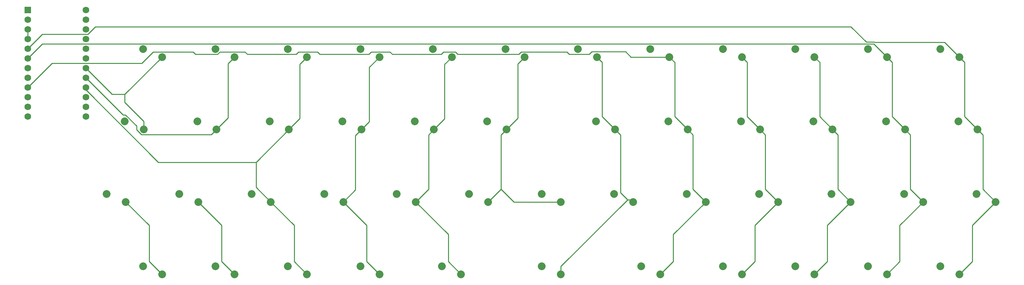
<source format=gbr>
%TF.GenerationSoftware,KiCad,Pcbnew,(5.1.6-0-10_14)*%
%TF.CreationDate,2020-06-17T17:50:44+08:00*%
%TF.ProjectId,Charming,43686172-6d69-46e6-972e-6b696361645f,v1.0*%
%TF.SameCoordinates,Original*%
%TF.FileFunction,Copper,L2,Bot*%
%TF.FilePolarity,Positive*%
%FSLAX46Y46*%
G04 Gerber Fmt 4.6, Leading zero omitted, Abs format (unit mm)*
G04 Created by KiCad (PCBNEW (5.1.6-0-10_14)) date 2020-06-17 17:50:44*
%MOMM*%
%LPD*%
G01*
G04 APERTURE LIST*
%TA.AperFunction,ComponentPad*%
%ADD10C,2.032000*%
%TD*%
%TA.AperFunction,ComponentPad*%
%ADD11C,1.752600*%
%TD*%
%TA.AperFunction,ComponentPad*%
%ADD12R,1.752600X1.752600*%
%TD*%
%TA.AperFunction,Conductor*%
%ADD13C,0.250000*%
%TD*%
G04 APERTURE END LIST*
D10*
%TO.P,SW48,1*%
%TO.N,col11*%
X264460000Y-136900000D03*
%TO.P,SW48,2*%
%TO.N,Net-(D48-Pad2)*%
X259460000Y-134800000D03*
%TD*%
%TO.P,SW47,1*%
%TO.N,col10*%
X245460000Y-136900000D03*
%TO.P,SW47,2*%
%TO.N,Net-(D47-Pad2)*%
X240460000Y-134800000D03*
%TD*%
%TO.P,SW46,1*%
%TO.N,col9*%
X226460000Y-136900000D03*
%TO.P,SW46,2*%
%TO.N,Net-(D46-Pad2)*%
X221460000Y-134800000D03*
%TD*%
%TO.P,SW45,1*%
%TO.N,col8*%
X207460000Y-136900000D03*
%TO.P,SW45,2*%
%TO.N,Net-(D45-Pad2)*%
X202460000Y-134800000D03*
%TD*%
%TO.P,SW44,1*%
%TO.N,col7*%
X186085000Y-136900000D03*
%TO.P,SW44,2*%
%TO.N,Net-(D44-Pad2)*%
X181085000Y-134800000D03*
%TD*%
%TO.P,SW43,1*%
%TO.N,col6*%
X159960000Y-136900000D03*
%TO.P,SW43,2*%
%TO.N,Net-(D43-Pad2)*%
X154960000Y-134800000D03*
%TD*%
%TO.P,SW42,1*%
%TO.N,col5*%
X159960000Y-117900000D03*
%TO.P,SW42,2*%
%TO.N,Net-(D42-Pad2)*%
X154960000Y-115800000D03*
%TD*%
%TO.P,SW41,1*%
%TO.N,col4*%
X133835000Y-136900000D03*
%TO.P,SW41,2*%
%TO.N,Net-(D41-Pad2)*%
X128835000Y-134800000D03*
%TD*%
%TO.P,SW40,1*%
%TO.N,col3*%
X112460000Y-136900000D03*
%TO.P,SW40,2*%
%TO.N,Net-(D40-Pad2)*%
X107460000Y-134800000D03*
%TD*%
%TO.P,SW39,1*%
%TO.N,col2*%
X93460000Y-136900000D03*
%TO.P,SW39,2*%
%TO.N,Net-(D39-Pad2)*%
X88460000Y-134800000D03*
%TD*%
%TO.P,SW38,1*%
%TO.N,col1*%
X74460000Y-136900000D03*
%TO.P,SW38,2*%
%TO.N,Net-(D38-Pad2)*%
X69460000Y-134800000D03*
%TD*%
%TO.P,SW37,1*%
%TO.N,col0*%
X55460000Y-136900000D03*
%TO.P,SW37,2*%
%TO.N,Net-(D37-Pad2)*%
X50460000Y-134800000D03*
%TD*%
%TO.P,SW36,1*%
%TO.N,col11*%
X273960000Y-117900000D03*
%TO.P,SW36,2*%
%TO.N,Net-(D36-Pad2)*%
X268960000Y-115800000D03*
%TD*%
%TO.P,SW35,1*%
%TO.N,col10*%
X254960000Y-117900000D03*
%TO.P,SW35,2*%
%TO.N,Net-(D35-Pad2)*%
X249960000Y-115800000D03*
%TD*%
%TO.P,SW34,1*%
%TO.N,col9*%
X235960000Y-117900000D03*
%TO.P,SW34,2*%
%TO.N,Net-(D34-Pad2)*%
X230960000Y-115800000D03*
%TD*%
%TO.P,SW33,1*%
%TO.N,col8*%
X216960000Y-117900000D03*
%TO.P,SW33,2*%
%TO.N,Net-(D33-Pad2)*%
X211960000Y-115800000D03*
%TD*%
%TO.P,SW32,1*%
%TO.N,col7*%
X197960000Y-117900000D03*
%TO.P,SW32,2*%
%TO.N,Net-(D32-Pad2)*%
X192960000Y-115800000D03*
%TD*%
%TO.P,SW31,1*%
%TO.N,col6*%
X178960000Y-117900000D03*
%TO.P,SW31,2*%
%TO.N,Net-(D31-Pad2)*%
X173960000Y-115800000D03*
%TD*%
%TO.P,SW30,1*%
%TO.N,col5*%
X140960000Y-117900000D03*
%TO.P,SW30,2*%
%TO.N,Net-(D30-Pad2)*%
X135960000Y-115800000D03*
%TD*%
%TO.P,SW29,1*%
%TO.N,col4*%
X121960000Y-117900000D03*
%TO.P,SW29,2*%
%TO.N,Net-(D29-Pad2)*%
X116960000Y-115800000D03*
%TD*%
%TO.P,SW28,1*%
%TO.N,col3*%
X102960000Y-117900000D03*
%TO.P,SW28,2*%
%TO.N,Net-(D28-Pad2)*%
X97960000Y-115800000D03*
%TD*%
%TO.P,SW27,1*%
%TO.N,col2*%
X83960000Y-117900000D03*
%TO.P,SW27,2*%
%TO.N,Net-(D27-Pad2)*%
X78960000Y-115800000D03*
%TD*%
%TO.P,SW26,1*%
%TO.N,col1*%
X64960000Y-117900000D03*
%TO.P,SW26,2*%
%TO.N,Net-(D26-Pad2)*%
X59960000Y-115800000D03*
%TD*%
%TO.P,SW25,1*%
%TO.N,col0*%
X45960000Y-117900000D03*
%TO.P,SW25,2*%
%TO.N,Net-(D25-Pad2)*%
X40960000Y-115800000D03*
%TD*%
%TO.P,SW24,1*%
%TO.N,col11*%
X269210000Y-98900000D03*
%TO.P,SW24,2*%
%TO.N,Net-(D24-Pad2)*%
X264210000Y-96800000D03*
%TD*%
%TO.P,SW23,1*%
%TO.N,col10*%
X250210000Y-98900000D03*
%TO.P,SW23,2*%
%TO.N,Net-(D23-Pad2)*%
X245210000Y-96800000D03*
%TD*%
%TO.P,SW22,1*%
%TO.N,col9*%
X231210000Y-98900000D03*
%TO.P,SW22,2*%
%TO.N,Net-(D22-Pad2)*%
X226210000Y-96800000D03*
%TD*%
%TO.P,SW21,1*%
%TO.N,col8*%
X212210000Y-98900000D03*
%TO.P,SW21,2*%
%TO.N,Net-(D21-Pad2)*%
X207210000Y-96800000D03*
%TD*%
%TO.P,SW20,1*%
%TO.N,col7*%
X193210000Y-98900000D03*
%TO.P,SW20,2*%
%TO.N,Net-(D20-Pad2)*%
X188210000Y-96800000D03*
%TD*%
%TO.P,SW19,1*%
%TO.N,col6*%
X174210000Y-98900000D03*
%TO.P,SW19,2*%
%TO.N,Net-(D19-Pad2)*%
X169210000Y-96800000D03*
%TD*%
%TO.P,SW18,1*%
%TO.N,col5*%
X145710000Y-98900000D03*
%TO.P,SW18,2*%
%TO.N,Net-(D18-Pad2)*%
X140710000Y-96800000D03*
%TD*%
%TO.P,SW17,1*%
%TO.N,col4*%
X126710000Y-98900000D03*
%TO.P,SW17,2*%
%TO.N,Net-(D17-Pad2)*%
X121710000Y-96800000D03*
%TD*%
%TO.P,SW16,1*%
%TO.N,col3*%
X107710000Y-98900000D03*
%TO.P,SW16,2*%
%TO.N,Net-(D16-Pad2)*%
X102710000Y-96800000D03*
%TD*%
%TO.P,SW15,1*%
%TO.N,col2*%
X88710000Y-98900000D03*
%TO.P,SW15,2*%
%TO.N,Net-(D15-Pad2)*%
X83710000Y-96800000D03*
%TD*%
%TO.P,SW14,1*%
%TO.N,col1*%
X69710000Y-98900000D03*
%TO.P,SW14,2*%
%TO.N,Net-(D14-Pad2)*%
X64710000Y-96800000D03*
%TD*%
%TO.P,SW13,1*%
%TO.N,col0*%
X50710000Y-98900000D03*
%TO.P,SW13,2*%
%TO.N,Net-(D13-Pad2)*%
X45710000Y-96800000D03*
%TD*%
%TO.P,SW12,1*%
%TO.N,col11*%
X264460000Y-79900000D03*
%TO.P,SW12,2*%
%TO.N,Net-(D12-Pad2)*%
X259460000Y-77800000D03*
%TD*%
%TO.P,SW11,1*%
%TO.N,col10*%
X245460000Y-79900000D03*
%TO.P,SW11,2*%
%TO.N,Net-(D11-Pad2)*%
X240460000Y-77800000D03*
%TD*%
%TO.P,SW10,1*%
%TO.N,col9*%
X226460000Y-79900000D03*
%TO.P,SW10,2*%
%TO.N,Net-(D10-Pad2)*%
X221460000Y-77800000D03*
%TD*%
%TO.P,SW9,1*%
%TO.N,col8*%
X207460000Y-79900000D03*
%TO.P,SW9,2*%
%TO.N,Net-(D9-Pad2)*%
X202460000Y-77800000D03*
%TD*%
%TO.P,SW8,1*%
%TO.N,col7*%
X188460000Y-79900000D03*
%TO.P,SW8,2*%
%TO.N,Net-(D8-Pad2)*%
X183460000Y-77800000D03*
%TD*%
%TO.P,SW7,1*%
%TO.N,col6*%
X169460000Y-79900000D03*
%TO.P,SW7,2*%
%TO.N,Net-(D7-Pad2)*%
X164460000Y-77800000D03*
%TD*%
%TO.P,SW6,1*%
%TO.N,col5*%
X150460000Y-79900000D03*
%TO.P,SW6,2*%
%TO.N,Net-(D6-Pad2)*%
X145460000Y-77800000D03*
%TD*%
%TO.P,SW5,1*%
%TO.N,col4*%
X131460000Y-79900000D03*
%TO.P,SW5,2*%
%TO.N,Net-(D5-Pad2)*%
X126460000Y-77800000D03*
%TD*%
%TO.P,SW4,1*%
%TO.N,col3*%
X112460000Y-79900000D03*
%TO.P,SW4,2*%
%TO.N,Net-(D4-Pad2)*%
X107460000Y-77800000D03*
%TD*%
%TO.P,SW3,1*%
%TO.N,col2*%
X93460000Y-79900000D03*
%TO.P,SW3,2*%
%TO.N,Net-(D3-Pad2)*%
X88460000Y-77800000D03*
%TD*%
%TO.P,SW2,1*%
%TO.N,col1*%
X74460000Y-79900000D03*
%TO.P,SW2,2*%
%TO.N,Net-(D2-Pad2)*%
X69460000Y-77800000D03*
%TD*%
%TO.P,SW1,1*%
%TO.N,col0*%
X55460000Y-79900000D03*
%TO.P,SW1,2*%
%TO.N,Net-(D1-Pad2)*%
X50460000Y-77800000D03*
%TD*%
D11*
%TO.P,U1,24*%
%TO.N,Net-(U1-Pad24)*%
X35500000Y-67550000D03*
%TO.P,U1,12*%
%TO.N,row3*%
X20260000Y-95490000D03*
%TO.P,U1,23*%
%TO.N,GND*%
X35500000Y-70090000D03*
%TO.P,U1,22*%
%TO.N,Net-(U1-Pad22)*%
X35500000Y-72630000D03*
%TO.P,U1,21*%
%TO.N,VCC*%
X35500000Y-75170000D03*
%TO.P,U1,20*%
%TO.N,row0*%
X35500000Y-77710000D03*
%TO.P,U1,19*%
%TO.N,row1*%
X35500000Y-80250000D03*
%TO.P,U1,18*%
%TO.N,col0*%
X35500000Y-82790000D03*
%TO.P,U1,17*%
%TO.N,col1*%
X35500000Y-85330000D03*
%TO.P,U1,16*%
%TO.N,col2*%
X35500000Y-87870000D03*
%TO.P,U1,15*%
%TO.N,col3*%
X35500000Y-90410000D03*
%TO.P,U1,14*%
%TO.N,col4*%
X35500000Y-92950000D03*
%TO.P,U1,13*%
%TO.N,col5*%
X35500000Y-95490000D03*
%TO.P,U1,11*%
%TO.N,row2*%
X20260000Y-92950000D03*
%TO.P,U1,10*%
%TO.N,col6*%
X20260000Y-90410000D03*
%TO.P,U1,9*%
%TO.N,col7*%
X20260000Y-87870000D03*
%TO.P,U1,8*%
%TO.N,col8*%
X20260000Y-85330000D03*
%TO.P,U1,7*%
%TO.N,col9*%
X20260000Y-82790000D03*
%TO.P,U1,6*%
%TO.N,col10*%
X20260000Y-80250000D03*
%TO.P,U1,5*%
%TO.N,col11*%
X20260000Y-77710000D03*
%TO.P,U1,4*%
%TO.N,GND*%
X20260000Y-75170000D03*
%TO.P,U1,3*%
X20260000Y-72630000D03*
%TO.P,U1,2*%
%TO.N,Net-(U1-Pad2)*%
X20260000Y-70090000D03*
D12*
%TO.P,U1,1*%
%TO.N,Net-(U1-Pad1)*%
X20260000Y-67550000D03*
%TD*%
D13*
%TO.N,col0*%
X45692400Y-89667600D02*
X42377600Y-89667600D01*
X42377600Y-89667600D02*
X35500000Y-82790000D01*
X55460000Y-79900000D02*
X45692400Y-89667600D01*
X45692400Y-89667600D02*
X45692400Y-91778600D01*
X45692400Y-91778600D02*
X50710000Y-96796200D01*
X50710000Y-96796200D02*
X50710000Y-98900000D01*
X45960000Y-117900000D02*
X52099400Y-124039400D01*
X52099400Y-124039400D02*
X52099400Y-133539400D01*
X52099400Y-133539400D02*
X55460000Y-136900000D01*
%TO.N,col1*%
X35500000Y-85330000D02*
X45209900Y-95039900D01*
X45209900Y-95039900D02*
X45852700Y-95039900D01*
X45852700Y-95039900D02*
X48781100Y-97968300D01*
X48781100Y-97968300D02*
X48781100Y-98959100D01*
X48781100Y-98959100D02*
X50069600Y-100247600D01*
X50069600Y-100247600D02*
X68362400Y-100247600D01*
X68362400Y-100247600D02*
X69710000Y-98900000D01*
X74460000Y-79900000D02*
X72785800Y-81574200D01*
X72785800Y-81574200D02*
X72785800Y-95824200D01*
X72785800Y-95824200D02*
X69710000Y-98900000D01*
X64960000Y-117900000D02*
X71099400Y-124039400D01*
X71099400Y-124039400D02*
X71099400Y-133539400D01*
X71099400Y-133539400D02*
X74460000Y-136900000D01*
%TO.N,GND*%
X20260000Y-72630000D02*
X20260000Y-75170000D01*
%TO.N,col2*%
X80099900Y-107510100D02*
X80099900Y-114039900D01*
X80099900Y-114039900D02*
X83960000Y-117900000D01*
X88710000Y-98900000D02*
X80099900Y-107510100D01*
X35500000Y-87870000D02*
X35500000Y-88493200D01*
X35500000Y-88493200D02*
X54516900Y-107510100D01*
X54516900Y-107510100D02*
X80099900Y-107510100D01*
X93460000Y-79900000D02*
X91592800Y-81767200D01*
X91592800Y-81767200D02*
X91592800Y-96017200D01*
X91592800Y-96017200D02*
X88710000Y-98900000D01*
X83960000Y-117900000D02*
X90099400Y-124039400D01*
X90099400Y-124039400D02*
X90099400Y-133539400D01*
X90099400Y-133539400D02*
X93460000Y-136900000D01*
%TO.N,col3*%
X102960000Y-117900000D02*
X109099400Y-124039400D01*
X109099400Y-124039400D02*
X109099400Y-133539400D01*
X109099400Y-133539400D02*
X112460000Y-136900000D01*
X102960000Y-117900000D02*
X106141800Y-114718200D01*
X106141800Y-114718200D02*
X106141800Y-100468200D01*
X106141800Y-100468200D02*
X107710000Y-98900000D01*
X112460000Y-79900000D02*
X109789800Y-82570200D01*
X109789800Y-82570200D02*
X109789800Y-96820200D01*
X109789800Y-96820200D02*
X107710000Y-98900000D01*
%TO.N,col4*%
X126710000Y-98900000D02*
X125320700Y-100289300D01*
X125320700Y-100289300D02*
X125320700Y-114539300D01*
X125320700Y-114539300D02*
X121960000Y-117900000D01*
X131460000Y-79900000D02*
X129535900Y-81824100D01*
X129535900Y-81824100D02*
X129535900Y-96074100D01*
X129535900Y-96074100D02*
X126710000Y-98900000D01*
X121960000Y-117900000D02*
X130474300Y-126414300D01*
X130474300Y-126414300D02*
X130474300Y-133539300D01*
X130474300Y-133539300D02*
X133835000Y-136900000D01*
%TO.N,col5*%
X144320700Y-114539300D02*
X140960000Y-117900000D01*
X145710000Y-98900000D02*
X144320700Y-100289300D01*
X144320700Y-100289300D02*
X144320700Y-114539300D01*
X144320700Y-114539300D02*
X147681400Y-117900000D01*
X147681400Y-117900000D02*
X159960000Y-117900000D01*
X150460000Y-79900000D02*
X148686400Y-81673600D01*
X148686400Y-81673600D02*
X148686400Y-95923600D01*
X148686400Y-95923600D02*
X145710000Y-98900000D01*
%TO.N,col6*%
X177464600Y-117306700D02*
X178366800Y-117306700D01*
X178366800Y-117306700D02*
X178366800Y-117306800D01*
X178366800Y-117306800D02*
X178960000Y-117900000D01*
X159960000Y-136900000D02*
X159960000Y-134811300D01*
X159960000Y-134811300D02*
X177464600Y-117306700D01*
X174210000Y-98900000D02*
X175599400Y-100289400D01*
X175599400Y-100289400D02*
X175599400Y-115441500D01*
X175599400Y-115441500D02*
X177464600Y-117306700D01*
X169460000Y-79900000D02*
X170849400Y-81289400D01*
X170849400Y-81289400D02*
X170849400Y-95539400D01*
X170849400Y-95539400D02*
X174210000Y-98900000D01*
%TO.N,col7*%
X20260000Y-87870000D02*
X26610000Y-81520000D01*
X26610000Y-81520000D02*
X50154300Y-81520000D01*
X50154300Y-81520000D02*
X53115700Y-78558600D01*
X53115700Y-78558600D02*
X63597300Y-78558600D01*
X63597300Y-78558600D02*
X64199000Y-79160300D01*
X64199000Y-79160300D02*
X69996800Y-79160300D01*
X69996800Y-79160300D02*
X70619200Y-78537900D01*
X70619200Y-78537900D02*
X77204700Y-78537900D01*
X77204700Y-78537900D02*
X77828100Y-79161300D01*
X77828100Y-79161300D02*
X90645000Y-79161300D01*
X90645000Y-79161300D02*
X91247700Y-78558600D01*
X91247700Y-78558600D02*
X96225400Y-78558600D01*
X96225400Y-78558600D02*
X96828100Y-79161300D01*
X96828100Y-79161300D02*
X109645000Y-79161300D01*
X109645000Y-79161300D02*
X110247700Y-78558600D01*
X110247700Y-78558600D02*
X115225400Y-78558600D01*
X115225400Y-78558600D02*
X115828100Y-79161300D01*
X115828100Y-79161300D02*
X128645000Y-79161300D01*
X128645000Y-79161300D02*
X129247700Y-78558600D01*
X129247700Y-78558600D02*
X132350900Y-78558600D01*
X132350900Y-78558600D02*
X132963200Y-79170900D01*
X132963200Y-79170900D02*
X148956900Y-79170900D01*
X148956900Y-79170900D02*
X149581400Y-78546400D01*
X149581400Y-78546400D02*
X161568800Y-78546400D01*
X161568800Y-78546400D02*
X162174600Y-79152200D01*
X162174600Y-79152200D02*
X167454100Y-79152200D01*
X167454100Y-79152200D02*
X168085600Y-78520700D01*
X168085600Y-78520700D02*
X176959400Y-78520700D01*
X176959400Y-78520700D02*
X178338700Y-79900000D01*
X178338700Y-79900000D02*
X188460000Y-79900000D01*
X188460000Y-79900000D02*
X189849400Y-81289400D01*
X189849400Y-81289400D02*
X189849400Y-95539400D01*
X189849400Y-95539400D02*
X193210000Y-98900000D01*
X197960000Y-117900000D02*
X189445700Y-126414300D01*
X189445700Y-126414300D02*
X189445700Y-133539300D01*
X189445700Y-133539300D02*
X186085000Y-136900000D01*
X193210000Y-98900000D02*
X194599400Y-100289400D01*
X194599400Y-100289400D02*
X194599400Y-114539400D01*
X194599400Y-114539400D02*
X197960000Y-117900000D01*
%TO.N,col8*%
X207460000Y-136900000D02*
X210820700Y-133539300D01*
X210820700Y-133539300D02*
X210820700Y-124039300D01*
X210820700Y-124039300D02*
X216960000Y-117900000D01*
X212210000Y-98900000D02*
X213599400Y-100289400D01*
X213599400Y-100289400D02*
X213599400Y-114539400D01*
X213599400Y-114539400D02*
X216960000Y-117900000D01*
X207460000Y-79900000D02*
X208849400Y-81289400D01*
X208849400Y-81289400D02*
X208849400Y-95539400D01*
X208849400Y-95539400D02*
X212210000Y-98900000D01*
%TO.N,col9*%
X226460000Y-136900000D02*
X229820700Y-133539300D01*
X229820700Y-133539300D02*
X229820700Y-124039300D01*
X229820700Y-124039300D02*
X235960000Y-117900000D01*
X231210000Y-98900000D02*
X232599400Y-100289400D01*
X232599400Y-100289400D02*
X232599400Y-114539400D01*
X232599400Y-114539400D02*
X235960000Y-117900000D01*
X226460000Y-79900000D02*
X227849400Y-81289400D01*
X227849400Y-81289400D02*
X227849400Y-95539400D01*
X227849400Y-95539400D02*
X231210000Y-98900000D01*
%TO.N,col10*%
X20260000Y-80250000D02*
X24051400Y-76458600D01*
X24051400Y-76458600D02*
X242018600Y-76458600D01*
X242018600Y-76458600D02*
X245460000Y-79900000D01*
X245460000Y-79900000D02*
X246849400Y-81289400D01*
X246849400Y-81289400D02*
X246849400Y-95539400D01*
X246849400Y-95539400D02*
X250210000Y-98900000D01*
X245460000Y-136900000D02*
X248820700Y-133539300D01*
X248820700Y-133539300D02*
X248820700Y-124039300D01*
X248820700Y-124039300D02*
X254960000Y-117900000D01*
X250210000Y-98900000D02*
X251599400Y-100289400D01*
X251599400Y-100289400D02*
X251599400Y-114539400D01*
X251599400Y-114539400D02*
X254960000Y-117900000D01*
%TO.N,col11*%
X20260000Y-77710000D02*
X24070000Y-73900000D01*
X24070000Y-73900000D02*
X35992900Y-73900000D01*
X35992900Y-73900000D02*
X37966100Y-71926800D01*
X37966100Y-71926800D02*
X236047400Y-71926800D01*
X236047400Y-71926800D02*
X240039900Y-75919300D01*
X240039900Y-75919300D02*
X242116200Y-75919300D01*
X242116200Y-75919300D02*
X242236800Y-76039900D01*
X242236800Y-76039900D02*
X260599900Y-76039900D01*
X260599900Y-76039900D02*
X264460000Y-79900000D01*
X264460000Y-79900000D02*
X265849400Y-81289400D01*
X265849400Y-81289400D02*
X265849400Y-95539400D01*
X265849400Y-95539400D02*
X269210000Y-98900000D01*
X264460000Y-136900000D02*
X267820700Y-133539300D01*
X267820700Y-133539300D02*
X267820700Y-124039300D01*
X267820700Y-124039300D02*
X273960000Y-117900000D01*
X269210000Y-98900000D02*
X270599400Y-100289400D01*
X270599400Y-100289400D02*
X270599400Y-114539400D01*
X270599400Y-114539400D02*
X273960000Y-117900000D01*
%TD*%
M02*

</source>
